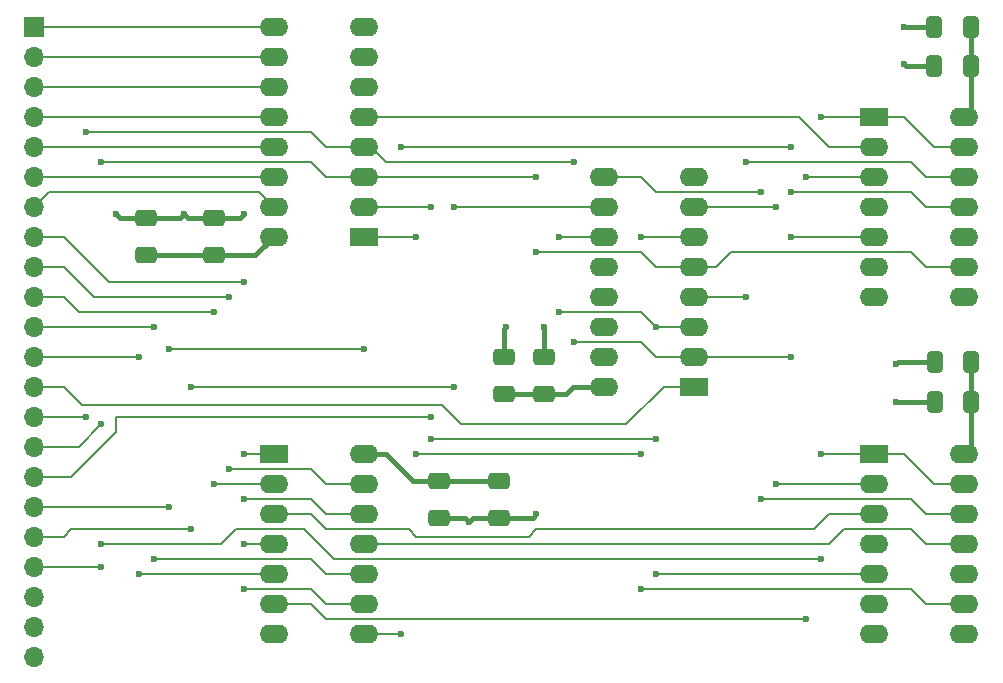
<source format=gtl>
%TF.GenerationSoftware,KiCad,Pcbnew,8.0.8-unknown-202501220024~e4ff452ffb~ubuntu24.04.1*%
%TF.CreationDate,2025-01-26T15:18:26-05:00*%
%TF.ProjectId,stack module,73746163-6b20-46d6-9f64-756c652e6b69,v01*%
%TF.SameCoordinates,Original*%
%TF.FileFunction,Copper,L1,Top*%
%TF.FilePolarity,Positive*%
%FSLAX46Y46*%
G04 Gerber Fmt 4.6, Leading zero omitted, Abs format (unit mm)*
G04 Created by KiCad (PCBNEW 8.0.8-unknown-202501220024~e4ff452ffb~ubuntu24.04.1) date 2025-01-26 15:18:26*
%MOMM*%
%LPD*%
G01*
G04 APERTURE LIST*
G04 Aperture macros list*
%AMRoundRect*
0 Rectangle with rounded corners*
0 $1 Rounding radius*
0 $2 $3 $4 $5 $6 $7 $8 $9 X,Y pos of 4 corners*
0 Add a 4 corners polygon primitive as box body*
4,1,4,$2,$3,$4,$5,$6,$7,$8,$9,$2,$3,0*
0 Add four circle primitives for the rounded corners*
1,1,$1+$1,$2,$3*
1,1,$1+$1,$4,$5*
1,1,$1+$1,$6,$7*
1,1,$1+$1,$8,$9*
0 Add four rect primitives between the rounded corners*
20,1,$1+$1,$2,$3,$4,$5,0*
20,1,$1+$1,$4,$5,$6,$7,0*
20,1,$1+$1,$6,$7,$8,$9,0*
20,1,$1+$1,$8,$9,$2,$3,0*%
G04 Aperture macros list end*
%TA.AperFunction,ComponentPad*%
%ADD10R,2.400000X1.600000*%
%TD*%
%TA.AperFunction,ComponentPad*%
%ADD11O,2.400000X1.600000*%
%TD*%
%TA.AperFunction,SMDPad,CuDef*%
%ADD12RoundRect,0.250000X0.650000X-0.412500X0.650000X0.412500X-0.650000X0.412500X-0.650000X-0.412500X0*%
%TD*%
%TA.AperFunction,SMDPad,CuDef*%
%ADD13RoundRect,0.250000X0.412500X0.650000X-0.412500X0.650000X-0.412500X-0.650000X0.412500X-0.650000X0*%
%TD*%
%TA.AperFunction,ComponentPad*%
%ADD14R,1.700000X1.700000*%
%TD*%
%TA.AperFunction,ComponentPad*%
%ADD15O,1.700000X1.700000*%
%TD*%
%TA.AperFunction,SMDPad,CuDef*%
%ADD16RoundRect,0.250000X-0.650000X0.412500X-0.650000X-0.412500X0.650000X-0.412500X0.650000X0.412500X0*%
%TD*%
%TA.AperFunction,ViaPad*%
%ADD17C,0.600000*%
%TD*%
%TA.AperFunction,Conductor*%
%ADD18C,0.200000*%
%TD*%
%TA.AperFunction,Conductor*%
%ADD19C,0.406400*%
%TD*%
G04 APERTURE END LIST*
D10*
%TO.P,U2,1,~{R}*%
%TO.N,RESET*%
X160020000Y-48260000D03*
D11*
%TO.P,U2,2,D*%
%TO.N,DS0_IN*%
X160020000Y-50800000D03*
%TO.P,U2,3,C*%
%TO.N,DS0_CLK*%
X160020000Y-53340000D03*
%TO.P,U2,4,~{S}*%
%TO.N,VDD*%
X160020000Y-55880000D03*
%TO.P,U2,5,Q*%
%TO.N,DS0_OUT*%
X160020000Y-58420000D03*
%TO.P,U2,6,~{Q}*%
%TO.N,unconnected-(U2A-~{Q}-Pad6)*%
X160020000Y-60960000D03*
%TO.P,U2,7,GND*%
%TO.N,GND*%
X160020000Y-63500000D03*
%TO.P,U2,8,~{Q}*%
%TO.N,unconnected-(U2B-~{Q}-Pad8)*%
X167640000Y-63500000D03*
%TO.P,U2,9,Q*%
%TO.N,DS1_OUT*%
X167640000Y-60960000D03*
%TO.P,U2,10,~{S}*%
%TO.N,VDD*%
X167640000Y-58420000D03*
%TO.P,U2,11,C*%
%TO.N,DS1_CLK*%
X167640000Y-55880000D03*
%TO.P,U2,12,D*%
%TO.N,DS1_IN*%
X167640000Y-53340000D03*
%TO.P,U2,13,~{R}*%
%TO.N,RESET*%
X167640000Y-50800000D03*
%TO.P,U2,14,VCC*%
%TO.N,VDD*%
X167640000Y-48260000D03*
%TD*%
D10*
%TO.P,U1,1*%
%TO.N,CLOCKPULSE*%
X109220000Y-76835000D03*
D11*
%TO.P,U1,2*%
%TO.N,DS2CLK_EN*%
X109220000Y-79375000D03*
%TO.P,U1,3*%
%TO.N,DS2_CLK*%
X109220000Y-81915000D03*
%TO.P,U1,4*%
%TO.N,CLOCKPULSE*%
X109220000Y-84455000D03*
%TO.P,U1,5*%
%TO.N,DS0CLK_EN*%
X109220000Y-86995000D03*
%TO.P,U1,6*%
%TO.N,DS0_CLK*%
X109220000Y-89535000D03*
%TO.P,U1,7,GND*%
%TO.N,GND*%
X109220000Y-92075000D03*
%TO.P,U1,8*%
%TO.N,DS1_CLK*%
X116840000Y-92075000D03*
%TO.P,U1,9*%
%TO.N,CLOCKPULSE*%
X116840000Y-89535000D03*
%TO.P,U1,10*%
%TO.N,DS1CLK_EN*%
X116840000Y-86995000D03*
%TO.P,U1,11*%
%TO.N,DS3_CLK*%
X116840000Y-84455000D03*
%TO.P,U1,12*%
%TO.N,CLOCKPULSE*%
X116840000Y-81915000D03*
%TO.P,U1,13*%
%TO.N,DS3CLK_EN*%
X116840000Y-79375000D03*
%TO.P,U1,14,VCC*%
%TO.N,VDD*%
X116840000Y-76835000D03*
%TD*%
D10*
%TO.P,U3,1,I3*%
%TO.N,DS3_OUT*%
X116840000Y-58420000D03*
D11*
%TO.P,U3,2,I2*%
%TO.N,DS2_OUT*%
X116840000Y-55880000D03*
%TO.P,U3,3,I1*%
%TO.N,DS1_OUT*%
X116840000Y-53340000D03*
%TO.P,U3,4,I0*%
%TO.N,DS0_OUT*%
X116840000Y-50800000D03*
%TO.P,U3,5,Z*%
%TO.N,DS0_IN*%
X116840000Y-48260000D03*
%TO.P,U3,6,~{Z}*%
%TO.N,unconnected-(U3-~{Z}-Pad6)*%
X116840000Y-45720000D03*
%TO.P,U3,7,~{E}*%
%TO.N,GND*%
X116840000Y-43180000D03*
%TO.P,U3,8,GND*%
X116840000Y-40640000D03*
%TO.P,U3,9,S2*%
%TO.N,S2*%
X109220000Y-40640000D03*
%TO.P,U3,10,S1*%
%TO.N,S1*%
X109220000Y-43180000D03*
%TO.P,U3,11,S0*%
%TO.N,S0*%
X109220000Y-45720000D03*
%TO.P,U3,12,I7*%
%TO.N,INPUT3*%
X109220000Y-48260000D03*
%TO.P,U3,13,I6*%
%TO.N,INPUT2*%
X109220000Y-50800000D03*
%TO.P,U3,14,I5*%
%TO.N,INPUT1*%
X109220000Y-53340000D03*
%TO.P,U3,15,I4*%
%TO.N,INPUT0*%
X109220000Y-55880000D03*
%TO.P,U3,16,VCC*%
%TO.N,VDD*%
X109220000Y-58420000D03*
%TD*%
D12*
%TO.P,C4,1*%
%TO.N,VDD*%
X132080000Y-71705000D03*
%TO.P,C4,2*%
%TO.N,GND*%
X132080000Y-68580000D03*
%TD*%
D13*
%TO.P,C10,1*%
%TO.N,VDD*%
X168275000Y-69040000D03*
%TO.P,C10,2*%
%TO.N,GND*%
X165150000Y-69040000D03*
%TD*%
D12*
%TO.P,C2,1*%
%TO.N,VDD*%
X104140000Y-59982500D03*
%TO.P,C2,2*%
%TO.N,GND*%
X104140000Y-56857500D03*
%TD*%
D10*
%TO.P,U5,1,~{R}*%
%TO.N,RESET*%
X160020000Y-76835000D03*
D11*
%TO.P,U5,2,D*%
%TO.N,DS2_IN*%
X160020000Y-79375000D03*
%TO.P,U5,3,C*%
%TO.N,DS2_CLK*%
X160020000Y-81915000D03*
%TO.P,U5,4,~{S}*%
%TO.N,VDD*%
X160020000Y-84455000D03*
%TO.P,U5,5,Q*%
%TO.N,DS2_OUT*%
X160020000Y-86995000D03*
%TO.P,U5,6,~{Q}*%
%TO.N,unconnected-(U5A-~{Q}-Pad6)*%
X160020000Y-89535000D03*
%TO.P,U5,7,GND*%
%TO.N,GND*%
X160020000Y-92075000D03*
%TO.P,U5,8,~{Q}*%
%TO.N,unconnected-(U5B-~{Q}-Pad8)*%
X167640000Y-92075000D03*
%TO.P,U5,9,Q*%
%TO.N,DS3_OUT*%
X167640000Y-89535000D03*
%TO.P,U5,10,~{S}*%
%TO.N,VDD*%
X167640000Y-86995000D03*
%TO.P,U5,11,C*%
%TO.N,DS3_CLK*%
X167640000Y-84455000D03*
%TO.P,U5,12,D*%
%TO.N,DS3_IN*%
X167640000Y-81915000D03*
%TO.P,U5,13,~{R}*%
%TO.N,RESET*%
X167640000Y-79375000D03*
%TO.P,U5,14,VCC*%
%TO.N,VDD*%
X167640000Y-76835000D03*
%TD*%
D13*
%TO.P,C7,1*%
%TO.N,VDD*%
X168225000Y-43990000D03*
%TO.P,C7,2*%
%TO.N,GND*%
X165100000Y-43990000D03*
%TD*%
%TO.P,C9,1*%
%TO.N,VDD*%
X168275000Y-72390000D03*
%TO.P,C9,2*%
%TO.N,GND*%
X165150000Y-72390000D03*
%TD*%
D12*
%TO.P,C1,1*%
%TO.N,VDD*%
X98425000Y-59982500D03*
%TO.P,C1,2*%
%TO.N,GND*%
X98425000Y-56857500D03*
%TD*%
D14*
%TO.P,J22,1,Pin_1*%
%TO.N,S2*%
X88900000Y-40640000D03*
D15*
%TO.P,J22,2,Pin_2*%
%TO.N,S1*%
X88900000Y-43180000D03*
%TO.P,J22,3,Pin_3*%
%TO.N,S0*%
X88900000Y-45720000D03*
%TO.P,J22,4,Pin_4*%
%TO.N,INPUT3*%
X88900000Y-48260000D03*
%TO.P,J22,5,Pin_5*%
%TO.N,INPUT2*%
X88900000Y-50800000D03*
%TO.P,J22,6,Pin_6*%
%TO.N,INPUT1*%
X88900000Y-53340000D03*
%TO.P,J22,7,Pin_7*%
%TO.N,INPUT0*%
X88900000Y-55880000D03*
%TO.P,J22,8,Pin_8*%
%TO.N,CLOCKPULSE*%
X88900000Y-58420000D03*
%TO.P,J22,9,Pin_9*%
%TO.N,DS3CLK_EN*%
X88900000Y-60960000D03*
%TO.P,J22,10,Pin_10*%
%TO.N,DS2CLK_EN*%
X88900000Y-63500000D03*
%TO.P,J22,11,Pin_11*%
%TO.N,DS1CLK_EN*%
X88900000Y-66040000D03*
%TO.P,J22,12,Pin_12*%
%TO.N,DS0CLK_EN*%
X88900000Y-68580000D03*
%TO.P,J22,13,Pin_13*%
%TO.N,UPDOWN*%
X88900000Y-71120000D03*
%TO.P,J22,14,Pin_14*%
%TO.N,DS0_OUT*%
X88900000Y-73660000D03*
%TO.P,J22,15,Pin_15*%
%TO.N,DS1_OUT*%
X88900000Y-76200000D03*
%TO.P,J22,16,Pin_16*%
%TO.N,DS2_OUT*%
X88900000Y-78740000D03*
%TO.P,J22,17,Pin_17*%
%TO.N,DS3_OUT*%
X88900000Y-81280000D03*
%TO.P,J22,18,Pin_18*%
%TO.N,BOTTOM*%
X88900000Y-83820000D03*
%TO.P,J22,19,Pin_19*%
%TO.N,RESET*%
X88900000Y-86360000D03*
%TO.P,J22,20,Pin_20*%
%TO.N,VDD*%
X88900000Y-88900000D03*
%TO.P,J22,21,Pin_21*%
%TO.N,GND*%
X88900000Y-91440000D03*
%TO.P,J22,22,Pin_22*%
X88900000Y-93980000D03*
%TD*%
D16*
%TO.P,C6,1*%
%TO.N,VDD*%
X128270000Y-79082500D03*
%TO.P,C6,2*%
%TO.N,GND*%
X128270000Y-82207500D03*
%TD*%
D12*
%TO.P,C3,1*%
%TO.N,VDD*%
X128730000Y-71705000D03*
%TO.P,C3,2*%
%TO.N,GND*%
X128730000Y-68580000D03*
%TD*%
D10*
%TO.P,U4,1,S*%
%TO.N,UPDOWN*%
X144780000Y-71120000D03*
D11*
%TO.P,U4,2,I0a*%
%TO.N,DS0_OUT*%
X144780000Y-68580000D03*
%TO.P,U4,3,I1a*%
%TO.N,DS2_OUT*%
X144780000Y-66040000D03*
%TO.P,U4,4,Za*%
%TO.N,DS1_IN*%
X144780000Y-63500000D03*
%TO.P,U4,5,I0b*%
%TO.N,DS1_OUT*%
X144780000Y-60960000D03*
%TO.P,U4,6,I1b*%
%TO.N,DS3_OUT*%
X144780000Y-58420000D03*
%TO.P,U4,7,Zb*%
%TO.N,DS2_IN*%
X144780000Y-55880000D03*
%TO.P,U4,8,GND*%
%TO.N,GND*%
X144780000Y-53340000D03*
%TO.P,U4,9,Zc*%
%TO.N,DS3_IN*%
X137160000Y-53340000D03*
%TO.P,U4,10,I1c*%
%TO.N,BOTTOM*%
X137160000Y-55880000D03*
%TO.P,U4,11,I0c*%
%TO.N,DS2_OUT*%
X137160000Y-58420000D03*
%TO.P,U4,12,Zd*%
%TO.N,unconnected-(U4-Zd-Pad12)*%
X137160000Y-60960000D03*
%TO.P,U4,13,I1d*%
%TO.N,GND*%
X137160000Y-63500000D03*
%TO.P,U4,14,I0d*%
X137160000Y-66040000D03*
%TO.P,U4,15,E*%
X137160000Y-68580000D03*
%TO.P,U4,16,VCC*%
%TO.N,VDD*%
X137160000Y-71120000D03*
%TD*%
D13*
%TO.P,C8,1*%
%TO.N,VDD*%
X168225000Y-40640000D03*
%TO.P,C8,2*%
%TO.N,GND*%
X165100000Y-40640000D03*
%TD*%
D16*
%TO.P,C5,1*%
%TO.N,VDD*%
X123190000Y-79082500D03*
%TO.P,C5,2*%
%TO.N,GND*%
X123190000Y-82207500D03*
%TD*%
D17*
%TO.N,RESET*%
X94615000Y-86360000D03*
X155575000Y-76835000D03*
X155575000Y-85725000D03*
X94615000Y-84455000D03*
X155575000Y-48260000D03*
%TO.N,CLOCKPULSE*%
X106680000Y-62230000D03*
X106680000Y-84455000D03*
X106680000Y-80645000D03*
X106680000Y-76835000D03*
X106680000Y-88265000D03*
%TO.N,DS3CLK_EN*%
X105410000Y-78105000D03*
X105410000Y-63500000D03*
%TO.N,GND*%
X161925000Y-72390000D03*
X161925000Y-69215000D03*
X95885000Y-56515000D03*
X162560000Y-40640000D03*
X128905000Y-66040000D03*
X131445000Y-81915000D03*
X101600000Y-56515000D03*
X132080000Y-66040000D03*
X125730000Y-82550000D03*
X106680000Y-56515000D03*
X162560000Y-43815000D03*
%TO.N,DS1CLK_EN*%
X99060000Y-85725000D03*
X99060000Y-66040000D03*
%TO.N,DS0CLK_EN*%
X97790000Y-68580000D03*
X97790000Y-86995000D03*
%TO.N,DS2CLK_EN*%
X104140000Y-79375000D03*
X104140000Y-64770000D03*
%TO.N,DS3_OUT*%
X121285000Y-58420000D03*
X140335000Y-88265000D03*
X100330000Y-67945000D03*
X100330000Y-81280000D03*
X116840000Y-67945000D03*
X140335000Y-76835000D03*
X140335000Y-58420000D03*
X121285000Y-76835000D03*
%TO.N,DS2_OUT*%
X122555000Y-73660000D03*
X141605000Y-86995000D03*
X141605000Y-75565000D03*
X122555000Y-75565000D03*
X141605000Y-66040000D03*
X133350000Y-58420000D03*
X122555000Y-55880000D03*
X133350000Y-64770000D03*
%TO.N,DS1_OUT*%
X131445000Y-53340000D03*
X131445000Y-59690000D03*
X94615000Y-74295000D03*
X94615000Y-52070000D03*
%TO.N,BOTTOM*%
X124460000Y-71120000D03*
X102235000Y-71120000D03*
X102235000Y-83185000D03*
X124460000Y-55880000D03*
%TO.N,DS0_OUT*%
X93345000Y-49530000D03*
X153035000Y-68580000D03*
X134620000Y-52070000D03*
X153035000Y-58420000D03*
X134620000Y-67310000D03*
X93345000Y-73660000D03*
%TO.N,DS0_CLK*%
X154305000Y-53340000D03*
X154305000Y-90805000D03*
%TO.N,DS1_IN*%
X149225000Y-52070000D03*
X149225000Y-63500000D03*
%TO.N,DS1_CLK*%
X120015000Y-50800000D03*
X153035000Y-50800000D03*
X153035000Y-54610000D03*
X120015000Y-92075000D03*
%TO.N,DS2_IN*%
X151765000Y-79375000D03*
X151765000Y-55880000D03*
%TO.N,DS3_IN*%
X150495000Y-80645000D03*
X150495000Y-54610000D03*
%TD*%
D18*
%TO.N,INPUT1*%
X109220000Y-53340000D02*
X88900000Y-53340000D01*
%TO.N,INPUT2*%
X88900000Y-50800000D02*
X109220000Y-50800000D01*
%TO.N,INPUT0*%
X107950000Y-54610000D02*
X109220000Y-55880000D01*
X88900000Y-55880000D02*
X90170000Y-54610000D01*
X90170000Y-54610000D02*
X107950000Y-54610000D01*
%TO.N,RESET*%
X155575000Y-76835000D02*
X160020000Y-76835000D01*
X104775000Y-84455000D02*
X94615000Y-84455000D01*
X162560000Y-48260000D02*
X160020000Y-48260000D01*
X160020000Y-76835000D02*
X162560000Y-76835000D01*
X160020000Y-48260000D02*
X155575000Y-48260000D01*
X162560000Y-76835000D02*
X165100000Y-79375000D01*
X111760000Y-83185000D02*
X106045000Y-83185000D01*
X155575000Y-85725000D02*
X114300000Y-85725000D01*
X165100000Y-79375000D02*
X167640000Y-79375000D01*
X88900000Y-86360000D02*
X94615000Y-86360000D01*
X106045000Y-83185000D02*
X104775000Y-84455000D01*
X167640000Y-50800000D02*
X165100000Y-50800000D01*
X114300000Y-85725000D02*
X111760000Y-83185000D01*
X165100000Y-50800000D02*
X162560000Y-48260000D01*
%TO.N,INPUT3*%
X109220000Y-48260000D02*
X88900000Y-48260000D01*
%TO.N,CLOCKPULSE*%
X106680000Y-88265000D02*
X112395000Y-88265000D01*
X113665000Y-81915000D02*
X116840000Y-81915000D01*
X112395000Y-80645000D02*
X113665000Y-81915000D01*
X91440000Y-58420000D02*
X88900000Y-58420000D01*
X95250000Y-62230000D02*
X91440000Y-58420000D01*
X106680000Y-80645000D02*
X112395000Y-80645000D01*
X109220000Y-84455000D02*
X106680000Y-84455000D01*
X113665000Y-89535000D02*
X116840000Y-89535000D01*
X112395000Y-88265000D02*
X113665000Y-89535000D01*
X109220000Y-76835000D02*
X106680000Y-76835000D01*
X106680000Y-62230000D02*
X95250000Y-62230000D01*
%TO.N,DS3CLK_EN*%
X112395000Y-78105000D02*
X113665000Y-79375000D01*
X93980000Y-63500000D02*
X91440000Y-60960000D01*
X113665000Y-79375000D02*
X116840000Y-79375000D01*
X91440000Y-60960000D02*
X88900000Y-60960000D01*
X105410000Y-78105000D02*
X112395000Y-78105000D01*
X105410000Y-63500000D02*
X93980000Y-63500000D01*
D19*
%TO.N,GND*%
X128730000Y-68580000D02*
X128730000Y-66215000D01*
X125387500Y-82207500D02*
X125730000Y-82550000D01*
X123190000Y-82207500D02*
X125387500Y-82207500D01*
X96227500Y-56857500D02*
X95885000Y-56515000D01*
X98425000Y-56857500D02*
X96227500Y-56857500D01*
X128270000Y-82207500D02*
X126072500Y-82207500D01*
X165150000Y-69040000D02*
X162100000Y-69040000D01*
X131152500Y-82207500D02*
X131445000Y-81915000D01*
X126072500Y-82207500D02*
X125730000Y-82550000D01*
X162560000Y-40640000D02*
X165100000Y-40640000D01*
X101257500Y-56857500D02*
X101600000Y-56515000D01*
X132080000Y-68580000D02*
X132080000Y-66040000D01*
X128270000Y-82207500D02*
X131152500Y-82207500D01*
X165150000Y-72390000D02*
X161925000Y-72390000D01*
X101942500Y-56857500D02*
X101600000Y-56515000D01*
X128730000Y-66215000D02*
X128905000Y-66040000D01*
X98425000Y-56857500D02*
X101257500Y-56857500D01*
X165100000Y-43990000D02*
X162735000Y-43990000D01*
X106337500Y-56857500D02*
X106680000Y-56515000D01*
X162735000Y-43990000D02*
X162560000Y-43815000D01*
X104140000Y-56857500D02*
X106337500Y-56857500D01*
X162100000Y-69040000D02*
X161925000Y-69215000D01*
X104140000Y-56857500D02*
X101942500Y-56857500D01*
D18*
%TO.N,DS1CLK_EN*%
X112395000Y-85725000D02*
X113665000Y-86995000D01*
X99060000Y-85725000D02*
X112395000Y-85725000D01*
X99060000Y-66040000D02*
X88900000Y-66040000D01*
X113665000Y-86995000D02*
X116840000Y-86995000D01*
%TO.N,DS0CLK_EN*%
X97790000Y-68580000D02*
X88900000Y-68580000D01*
X109220000Y-86995000D02*
X97790000Y-86995000D01*
%TO.N,DS2CLK_EN*%
X91440000Y-63500000D02*
X88900000Y-63500000D01*
X92710000Y-64770000D02*
X91440000Y-63500000D01*
X109220000Y-79375000D02*
X104140000Y-79375000D01*
X104140000Y-64770000D02*
X92710000Y-64770000D01*
%TO.N,S2*%
X88900000Y-40640000D02*
X109220000Y-40640000D01*
%TO.N,DS3_OUT*%
X164465000Y-89535000D02*
X163195000Y-88265000D01*
X100330000Y-81280000D02*
X88900000Y-81280000D01*
X116840000Y-58420000D02*
X121285000Y-58420000D01*
X163195000Y-88265000D02*
X140335000Y-88265000D01*
X116840000Y-67945000D02*
X100330000Y-67945000D01*
X167640000Y-89535000D02*
X164465000Y-89535000D01*
X140335000Y-58420000D02*
X144780000Y-58420000D01*
X121285000Y-76835000D02*
X140335000Y-76835000D01*
%TO.N,DS2_OUT*%
X140335000Y-64770000D02*
X133350000Y-64770000D01*
X122555000Y-75565000D02*
X141605000Y-75565000D01*
X144780000Y-66040000D02*
X141605000Y-66040000D01*
X95885000Y-73660000D02*
X95885000Y-74930000D01*
X92075000Y-78740000D02*
X88900000Y-78740000D01*
X122555000Y-73660000D02*
X95885000Y-73660000D01*
X116840000Y-55880000D02*
X122555000Y-55880000D01*
X95885000Y-74930000D02*
X92075000Y-78740000D01*
X141605000Y-66040000D02*
X140335000Y-64770000D01*
X160020000Y-86995000D02*
X141605000Y-86995000D01*
X137160000Y-58420000D02*
X133350000Y-58420000D01*
%TO.N,DS1_OUT*%
X147955000Y-59690000D02*
X146685000Y-60960000D01*
X140335000Y-59690000D02*
X141605000Y-60960000D01*
X92710000Y-76200000D02*
X94615000Y-74295000D01*
X164465000Y-60960000D02*
X167640000Y-60960000D01*
X144780000Y-60960000D02*
X146685000Y-60960000D01*
X94615000Y-52070000D02*
X112395000Y-52070000D01*
X88900000Y-76200000D02*
X92710000Y-76200000D01*
X147955000Y-59690000D02*
X163195000Y-59690000D01*
X163195000Y-59690000D02*
X164465000Y-60960000D01*
X113665000Y-53340000D02*
X116840000Y-53340000D01*
X112395000Y-52070000D02*
X113665000Y-53340000D01*
X131445000Y-59690000D02*
X140335000Y-59690000D01*
X141605000Y-60960000D02*
X144780000Y-60960000D01*
X116840000Y-53340000D02*
X131445000Y-53340000D01*
%TO.N,S0*%
X88900000Y-45720000D02*
X109220000Y-45720000D01*
%TO.N,S1*%
X109220000Y-43180000D02*
X88900000Y-43180000D01*
%TO.N,BOTTOM*%
X91440000Y-83820000D02*
X88900000Y-83820000D01*
X124460000Y-71120000D02*
X102235000Y-71120000D01*
X102235000Y-83185000D02*
X92075000Y-83185000D01*
X124460000Y-55880000D02*
X137160000Y-55880000D01*
X92075000Y-83185000D02*
X91440000Y-83820000D01*
%TO.N,DS0_OUT*%
X88900000Y-73660000D02*
X93345000Y-73660000D01*
X112395000Y-49530000D02*
X113665000Y-50800000D01*
X134620000Y-52070000D02*
X118745000Y-52070000D01*
X144780000Y-68580000D02*
X153035000Y-68580000D01*
X141605000Y-68580000D02*
X140335000Y-67310000D01*
X140335000Y-67310000D02*
X134620000Y-67310000D01*
X118745000Y-52070000D02*
X117475000Y-50800000D01*
X93345000Y-49530000D02*
X112395000Y-49530000D01*
X144780000Y-68580000D02*
X141605000Y-68580000D01*
X160020000Y-58420000D02*
X153035000Y-58420000D01*
X113665000Y-50800000D02*
X116840000Y-50800000D01*
D19*
%TO.N,VDD*%
X134520000Y-71120000D02*
X137160000Y-71120000D01*
X118745000Y-76835000D02*
X116840000Y-76835000D01*
X128270000Y-79082500D02*
X123190000Y-79082500D01*
X104140000Y-59982500D02*
X107657500Y-59982500D01*
X168275000Y-76200000D02*
X167640000Y-76835000D01*
X128730000Y-71705000D02*
X132080000Y-71705000D01*
X168225000Y-40640000D02*
X168225000Y-43990000D01*
X167640000Y-48260000D02*
X168225000Y-47675000D01*
X132080000Y-71705000D02*
X133935000Y-71705000D01*
X168275000Y-69040000D02*
X168275000Y-72390000D01*
X107657500Y-59982500D02*
X109220000Y-58420000D01*
X168275000Y-72390000D02*
X168275000Y-76200000D01*
X120992500Y-79082500D02*
X118745000Y-76835000D01*
X168225000Y-47675000D02*
X168225000Y-43990000D01*
X98425000Y-59982500D02*
X104140000Y-59982500D01*
X123190000Y-79082500D02*
X120992500Y-79082500D01*
X133935000Y-71705000D02*
X134520000Y-71120000D01*
D18*
%TO.N,UPDOWN*%
X139065000Y-74295000D02*
X142240000Y-71120000D01*
X144780000Y-71120000D02*
X142240000Y-71120000D01*
X123467500Y-72667500D02*
X125095000Y-74295000D01*
X91440000Y-71120000D02*
X92987500Y-72667500D01*
X92987500Y-72667500D02*
X123467500Y-72667500D01*
X125095000Y-74295000D02*
X139065000Y-74295000D01*
X88900000Y-71120000D02*
X91440000Y-71120000D01*
%TO.N,DS0_CLK*%
X160020000Y-53340000D02*
X154305000Y-53340000D01*
X113665000Y-90805000D02*
X112395000Y-89535000D01*
X112395000Y-89535000D02*
X109220000Y-89535000D01*
X154305000Y-90805000D02*
X113665000Y-90805000D01*
%TO.N,DS0_IN*%
X156210000Y-50800000D02*
X153670000Y-48260000D01*
X153670000Y-48260000D02*
X116840000Y-48260000D01*
X160020000Y-50800000D02*
X156210000Y-50800000D01*
%TO.N,DS1_IN*%
X149225000Y-52070000D02*
X163195000Y-52070000D01*
X144780000Y-63500000D02*
X149225000Y-63500000D01*
X164465000Y-53340000D02*
X167640000Y-53340000D01*
X163195000Y-52070000D02*
X164465000Y-53340000D01*
%TO.N,DS1_CLK*%
X153035000Y-54610000D02*
X163195000Y-54610000D01*
X116840000Y-92075000D02*
X120015000Y-92075000D01*
X163195000Y-54610000D02*
X164465000Y-55880000D01*
X164465000Y-55880000D02*
X167640000Y-55880000D01*
X153035000Y-50800000D02*
X120015000Y-50800000D01*
%TO.N,DS3_CLK*%
X116840000Y-84455000D02*
X156210000Y-84455000D01*
X163195000Y-83185000D02*
X164465000Y-84455000D01*
X157480000Y-83185000D02*
X163195000Y-83185000D01*
X156210000Y-84455000D02*
X157480000Y-83185000D01*
X164465000Y-84455000D02*
X167640000Y-84455000D01*
%TO.N,DS2_IN*%
X144780000Y-55880000D02*
X151765000Y-55880000D01*
X160020000Y-79375000D02*
X151765000Y-79375000D01*
%TO.N,DS2_CLK*%
X113665000Y-83185000D02*
X112395000Y-81915000D01*
X130810000Y-83820000D02*
X131445000Y-83185000D01*
X131445000Y-83185000D02*
X154940000Y-83185000D01*
X112395000Y-81915000D02*
X109220000Y-81915000D01*
X120650000Y-83185000D02*
X121285000Y-83820000D01*
X156210000Y-81915000D02*
X154940000Y-83185000D01*
X113665000Y-83185000D02*
X120650000Y-83185000D01*
X156210000Y-81915000D02*
X160020000Y-81915000D01*
X121285000Y-83820000D02*
X130810000Y-83820000D01*
%TO.N,DS3_IN*%
X140335000Y-53340000D02*
X141605000Y-54610000D01*
X163195000Y-80645000D02*
X164465000Y-81915000D01*
X164465000Y-81915000D02*
X167640000Y-81915000D01*
X150495000Y-80645000D02*
X163195000Y-80645000D01*
X140335000Y-53340000D02*
X137160000Y-53340000D01*
X141605000Y-54610000D02*
X150495000Y-54610000D01*
%TD*%
M02*

</source>
